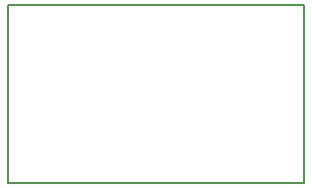
<source format=gm1>
G04 #@! TF.FileFunction,Profile,NP*
%FSLAX46Y46*%
G04 Gerber Fmt 4.6, Leading zero omitted, Abs format (unit mm)*
G04 Created by KiCad (PCBNEW (2015-08-16 BZR 6097, Git b384c94)-product) date 18/01/2016 23:47:46*
%MOMM*%
G01*
G04 APERTURE LIST*
%ADD10C,0.100000*%
%ADD11C,0.150000*%
G04 APERTURE END LIST*
D10*
D11*
X158000000Y-126000000D02*
X158000000Y-111000000D01*
X183000000Y-126000000D02*
X158000000Y-126000000D01*
X183000000Y-111000000D02*
X183000000Y-126000000D01*
X158000000Y-111000000D02*
X183000000Y-111000000D01*
M02*

</source>
